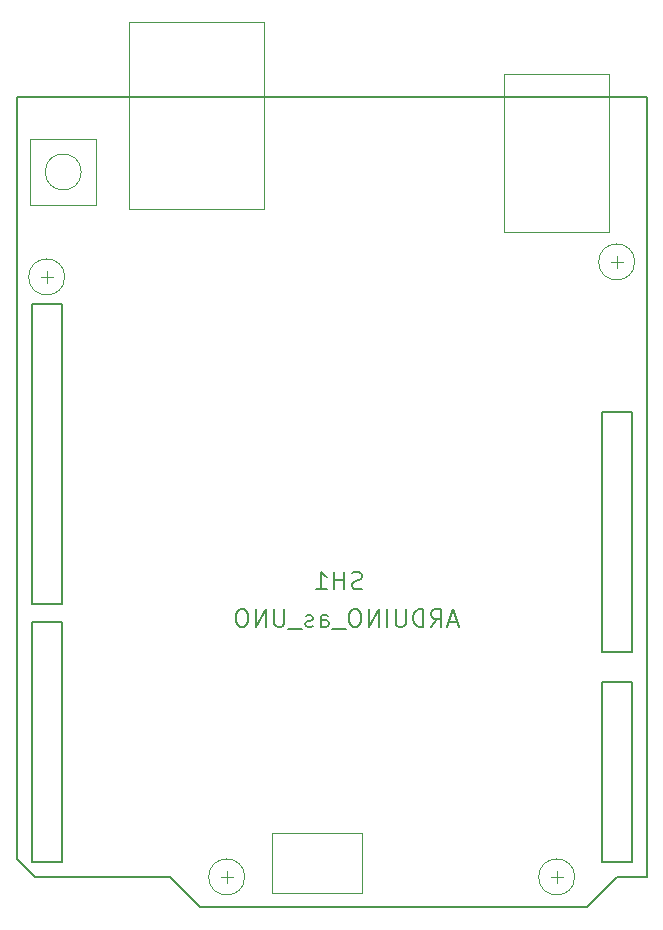
<source format=gbr>
G04 #@! TF.FileFunction,Legend,Bot*
%FSLAX46Y46*%
G04 Gerber Fmt 4.6, Leading zero omitted, Abs format (unit mm)*
G04 Created by KiCad (PCBNEW 4.0.2-stable) date 22/12/2017 23:20:32*
%MOMM*%
G01*
G04 APERTURE LIST*
%ADD10C,0.100000*%
%ADD11C,0.010000*%
%ADD12C,0.150000*%
G04 APERTURE END LIST*
D10*
D11*
X174624000Y-62502000D02*
X175640000Y-62502000D01*
X175132000Y-61994000D02*
X175132000Y-63010000D01*
X125475000Y-52088000D02*
X125475000Y-57676000D01*
X125475000Y-57676000D02*
X131063000Y-57676000D01*
X131063000Y-57676000D02*
X131063000Y-52088000D01*
X131063000Y-52088000D02*
X125475000Y-52088000D01*
X129793000Y-54882000D02*
G75*
G03X129793000Y-54882000I-1524000J0D01*
G01*
D12*
X177672000Y-48532000D02*
X124332000Y-48532000D01*
D11*
X165607000Y-46627000D02*
X165607000Y-59962000D01*
X165607000Y-59962000D02*
X174497000Y-59962000D01*
X174497000Y-59962000D02*
X174497000Y-46627000D01*
X174497000Y-46627000D02*
X165607000Y-46627000D01*
X133857000Y-42182000D02*
X133857000Y-58057000D01*
X133857000Y-58057000D02*
X145287000Y-58057000D01*
X145287000Y-58057000D02*
X145287000Y-42182000D01*
X145287000Y-42182000D02*
X133857000Y-42182000D01*
X145922000Y-110889000D02*
X153542000Y-110889000D01*
X153542000Y-110889000D02*
X153542000Y-115969000D01*
X145922000Y-110889000D02*
X145922000Y-115969000D01*
X145922000Y-115969000D02*
X153542000Y-115969000D01*
D12*
X175132000Y-114572000D02*
X177672000Y-114572000D01*
X177672000Y-114572000D02*
X177672000Y-48532000D01*
X139826000Y-117112000D02*
X172592000Y-117112000D01*
X172592000Y-117112000D02*
X175132000Y-114572000D01*
X137286000Y-114572000D02*
X139826000Y-117112000D01*
X125856000Y-114572000D02*
X137286000Y-114572000D01*
X125856000Y-114572000D02*
X124332000Y-113048000D01*
X124332000Y-48532000D02*
X124332000Y-113048000D01*
D11*
X176656000Y-62502000D02*
G75*
G03X176656000Y-62502000I-1524000J0D01*
G01*
X171576000Y-114572000D02*
G75*
G03X171576000Y-114572000I-1524000J0D01*
G01*
X170052000Y-114064000D02*
X170052000Y-115080000D01*
X169544000Y-114572000D02*
X170560000Y-114572000D01*
X143636000Y-114572000D02*
G75*
G03X143636000Y-114572000I-1524000J0D01*
G01*
X142112000Y-115080000D02*
X142112000Y-114064000D01*
X141604000Y-114572000D02*
X142620000Y-114572000D01*
D12*
X125602000Y-91458000D02*
X128142000Y-91458000D01*
X128142000Y-91458000D02*
X128142000Y-66058000D01*
X128142000Y-66058000D02*
X125602000Y-66058000D01*
X125602000Y-66058000D02*
X125602000Y-91458000D01*
D11*
X128396000Y-63772000D02*
G75*
G03X128396000Y-63772000I-1524000J0D01*
G01*
X126872000Y-63264000D02*
X126872000Y-64280000D01*
X126364000Y-63772000D02*
X127380000Y-63772000D01*
D12*
X125602000Y-92982000D02*
X125602000Y-113302000D01*
X125602000Y-113302000D02*
X128142000Y-113302000D01*
X128142000Y-113302000D02*
X128142000Y-92982000D01*
X128142000Y-92982000D02*
X125602000Y-92982000D01*
X173862000Y-98062000D02*
X173862000Y-113302000D01*
X173862000Y-113302000D02*
X176402000Y-113302000D01*
X176402000Y-113302000D02*
X176402000Y-98062000D01*
X176402000Y-98062000D02*
X173862000Y-98062000D01*
X176402000Y-75202000D02*
X173862000Y-75202000D01*
X173862000Y-75202000D02*
X173862000Y-95522000D01*
X173862000Y-95522000D02*
X176402000Y-95522000D01*
X176402000Y-95522000D02*
X176402000Y-75202000D01*
X153565571Y-90160143D02*
X153351285Y-90231571D01*
X152994142Y-90231571D01*
X152851285Y-90160143D01*
X152779856Y-90088714D01*
X152708428Y-89945857D01*
X152708428Y-89803000D01*
X152779856Y-89660143D01*
X152851285Y-89588714D01*
X152994142Y-89517286D01*
X153279856Y-89445857D01*
X153422714Y-89374429D01*
X153494142Y-89303000D01*
X153565571Y-89160143D01*
X153565571Y-89017286D01*
X153494142Y-88874429D01*
X153422714Y-88803000D01*
X153279856Y-88731571D01*
X152922714Y-88731571D01*
X152708428Y-88803000D01*
X152065571Y-90231571D02*
X152065571Y-88731571D01*
X152065571Y-89445857D02*
X151208428Y-89445857D01*
X151208428Y-90231571D02*
X151208428Y-88731571D01*
X149708428Y-90231571D02*
X150565571Y-90231571D01*
X150136999Y-90231571D02*
X150136999Y-88731571D01*
X150279856Y-88945857D01*
X150422714Y-89088714D01*
X150565571Y-89160143D01*
X161629144Y-92978000D02*
X160914858Y-92978000D01*
X161772001Y-93406571D02*
X161272001Y-91906571D01*
X160772001Y-93406571D01*
X159414858Y-93406571D02*
X159914858Y-92692286D01*
X160272001Y-93406571D02*
X160272001Y-91906571D01*
X159700573Y-91906571D01*
X159557715Y-91978000D01*
X159486287Y-92049429D01*
X159414858Y-92192286D01*
X159414858Y-92406571D01*
X159486287Y-92549429D01*
X159557715Y-92620857D01*
X159700573Y-92692286D01*
X160272001Y-92692286D01*
X158772001Y-93406571D02*
X158772001Y-91906571D01*
X158414858Y-91906571D01*
X158200573Y-91978000D01*
X158057715Y-92120857D01*
X157986287Y-92263714D01*
X157914858Y-92549429D01*
X157914858Y-92763714D01*
X157986287Y-93049429D01*
X158057715Y-93192286D01*
X158200573Y-93335143D01*
X158414858Y-93406571D01*
X158772001Y-93406571D01*
X157272001Y-91906571D02*
X157272001Y-93120857D01*
X157200573Y-93263714D01*
X157129144Y-93335143D01*
X156986287Y-93406571D01*
X156700573Y-93406571D01*
X156557715Y-93335143D01*
X156486287Y-93263714D01*
X156414858Y-93120857D01*
X156414858Y-91906571D01*
X155700572Y-93406571D02*
X155700572Y-91906571D01*
X154986286Y-93406571D02*
X154986286Y-91906571D01*
X154129143Y-93406571D01*
X154129143Y-91906571D01*
X153129143Y-91906571D02*
X152843429Y-91906571D01*
X152700571Y-91978000D01*
X152557714Y-92120857D01*
X152486286Y-92406571D01*
X152486286Y-92906571D01*
X152557714Y-93192286D01*
X152700571Y-93335143D01*
X152843429Y-93406571D01*
X153129143Y-93406571D01*
X153272000Y-93335143D01*
X153414857Y-93192286D01*
X153486286Y-92906571D01*
X153486286Y-92406571D01*
X153414857Y-92120857D01*
X153272000Y-91978000D01*
X153129143Y-91906571D01*
X152200571Y-93549429D02*
X151057714Y-93549429D01*
X150057714Y-93406571D02*
X150057714Y-92620857D01*
X150129143Y-92478000D01*
X150272000Y-92406571D01*
X150557714Y-92406571D01*
X150700571Y-92478000D01*
X150057714Y-93335143D02*
X150200571Y-93406571D01*
X150557714Y-93406571D01*
X150700571Y-93335143D01*
X150772000Y-93192286D01*
X150772000Y-93049429D01*
X150700571Y-92906571D01*
X150557714Y-92835143D01*
X150200571Y-92835143D01*
X150057714Y-92763714D01*
X149414857Y-93335143D02*
X149272000Y-93406571D01*
X148986285Y-93406571D01*
X148843428Y-93335143D01*
X148772000Y-93192286D01*
X148772000Y-93120857D01*
X148843428Y-92978000D01*
X148986285Y-92906571D01*
X149200571Y-92906571D01*
X149343428Y-92835143D01*
X149414857Y-92692286D01*
X149414857Y-92620857D01*
X149343428Y-92478000D01*
X149200571Y-92406571D01*
X148986285Y-92406571D01*
X148843428Y-92478000D01*
X148486285Y-93549429D02*
X147343428Y-93549429D01*
X146986285Y-91906571D02*
X146986285Y-93120857D01*
X146914857Y-93263714D01*
X146843428Y-93335143D01*
X146700571Y-93406571D01*
X146414857Y-93406571D01*
X146271999Y-93335143D01*
X146200571Y-93263714D01*
X146129142Y-93120857D01*
X146129142Y-91906571D01*
X145414856Y-93406571D02*
X145414856Y-91906571D01*
X144557713Y-93406571D01*
X144557713Y-91906571D01*
X143557713Y-91906571D02*
X143271999Y-91906571D01*
X143129141Y-91978000D01*
X142986284Y-92120857D01*
X142914856Y-92406571D01*
X142914856Y-92906571D01*
X142986284Y-93192286D01*
X143129141Y-93335143D01*
X143271999Y-93406571D01*
X143557713Y-93406571D01*
X143700570Y-93335143D01*
X143843427Y-93192286D01*
X143914856Y-92906571D01*
X143914856Y-92406571D01*
X143843427Y-92120857D01*
X143700570Y-91978000D01*
X143557713Y-91906571D01*
M02*

</source>
